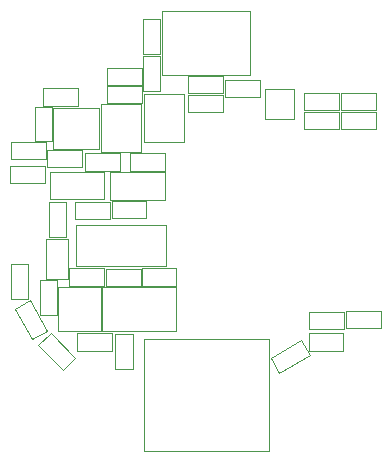
<source format=gbr>
G04 #@! TF.GenerationSoftware,KiCad,Pcbnew,(6.0.0-0)*
G04 #@! TF.CreationDate,2022-02-02T12:25:21+10:00*
G04 #@! TF.ProjectId,osw-light,6f73772d-6c69-4676-9874-2e6b69636164,3.3*
G04 #@! TF.SameCoordinates,Original*
G04 #@! TF.FileFunction,Other,User*
%FSLAX46Y46*%
G04 Gerber Fmt 4.6, Leading zero omitted, Abs format (unit mm)*
G04 Created by KiCad (PCBNEW (6.0.0-0)) date 2022-02-02 12:25:21*
%MOMM*%
%LPD*%
G01*
G04 APERTURE LIST*
%ADD10C,0.050000*%
G04 APERTURE END LIST*
D10*
X54728222Y-122669190D02*
X55760598Y-121636814D01*
X55760598Y-121636814D02*
X57853634Y-123729850D01*
X57853634Y-123729850D02*
X56821258Y-124762226D01*
X56821258Y-124762226D02*
X54728222Y-122669190D01*
X63380928Y-116169520D02*
X63380928Y-117629520D01*
X60420928Y-117629520D02*
X60420928Y-116169520D01*
X60420928Y-116169520D02*
X63380928Y-116169520D01*
X63380928Y-117629520D02*
X60420928Y-117629520D01*
X77640928Y-119859520D02*
X80600928Y-119859520D01*
X77640928Y-121319520D02*
X77640928Y-119859520D01*
X80600928Y-121319520D02*
X77640928Y-121319520D01*
X80600928Y-119859520D02*
X80600928Y-121319520D01*
X80317828Y-102772720D02*
X80317828Y-101312720D01*
X83277828Y-102772720D02*
X80317828Y-102772720D01*
X83277828Y-101312720D02*
X83277828Y-102772720D01*
X80317828Y-101312720D02*
X83277828Y-101312720D01*
X80166428Y-102887520D02*
X80166428Y-104347520D01*
X80166428Y-104347520D02*
X77206428Y-104347520D01*
X77206428Y-102887520D02*
X80166428Y-102887520D01*
X77206428Y-104347520D02*
X77206428Y-102887520D01*
X80166428Y-101300020D02*
X80166428Y-102760020D01*
X80166428Y-102760020D02*
X77206428Y-102760020D01*
X77206428Y-101300020D02*
X80166428Y-101300020D01*
X77206428Y-102760020D02*
X77206428Y-101300020D01*
X72607428Y-94364320D02*
X65207428Y-94364320D01*
X72607428Y-99764320D02*
X72607428Y-94364320D01*
X65207428Y-94364320D02*
X65207428Y-99764320D01*
X65207428Y-99764320D02*
X72607428Y-99764320D01*
X80317828Y-104347520D02*
X80317828Y-102887520D01*
X80317828Y-102887520D02*
X83277828Y-102887520D01*
X83277828Y-102887520D02*
X83277828Y-104347520D01*
X83277828Y-104347520D02*
X80317828Y-104347520D01*
X80560128Y-121649520D02*
X80560128Y-123109520D01*
X77600128Y-121649520D02*
X80560128Y-121649520D01*
X80560128Y-123109520D02*
X77600128Y-123109520D01*
X77600128Y-123109520D02*
X77600128Y-121649520D01*
X63605428Y-97985520D02*
X63605428Y-95025520D01*
X65065428Y-97985520D02*
X63605428Y-97985520D01*
X63605428Y-95025520D02*
X65065428Y-95025520D01*
X65065428Y-95025520D02*
X65065428Y-97985520D01*
X70490928Y-100169520D02*
X73450928Y-100169520D01*
X73450928Y-101629520D02*
X70490928Y-101629520D01*
X70490928Y-101629520D02*
X70490928Y-100169520D01*
X73450928Y-100169520D02*
X73450928Y-101629520D01*
X63880928Y-110429520D02*
X63880928Y-111889520D01*
X60920928Y-111889520D02*
X60920928Y-110429520D01*
X60920928Y-110429520D02*
X63880928Y-110429520D01*
X63880928Y-111889520D02*
X60920928Y-111889520D01*
X60120928Y-117729520D02*
X60120928Y-121429520D01*
X60120928Y-117729520D02*
X66420928Y-117729520D01*
X60120928Y-121429520D02*
X66420928Y-121429520D01*
X66420928Y-117729520D02*
X66420928Y-121429520D01*
X65570928Y-115959520D02*
X65570928Y-112459520D01*
X57870928Y-112459520D02*
X57870928Y-115959520D01*
X65570928Y-112459520D02*
X57870928Y-112459520D01*
X57870928Y-115959520D02*
X65570928Y-115959520D01*
X76390928Y-100979520D02*
X76390928Y-103479520D01*
X76390928Y-103479520D02*
X73890928Y-103479520D01*
X73890928Y-100979520D02*
X76390928Y-100979520D01*
X73890928Y-103479520D02*
X73890928Y-100979520D01*
X63460928Y-117609520D02*
X63460928Y-116149520D01*
X66420928Y-116149520D02*
X66420928Y-117609520D01*
X63460928Y-116149520D02*
X66420928Y-116149520D01*
X66420928Y-117609520D02*
X63460928Y-117609520D01*
X54840928Y-117139520D02*
X56300928Y-117139520D01*
X56300928Y-120099520D02*
X54840928Y-120099520D01*
X54840928Y-120099520D02*
X54840928Y-117139520D01*
X56300928Y-117139520D02*
X56300928Y-120099520D01*
X83760528Y-119753120D02*
X83760528Y-121213120D01*
X83760528Y-121213120D02*
X80800528Y-121213120D01*
X80800528Y-121213120D02*
X80800528Y-119753120D01*
X80800528Y-119753120D02*
X83760528Y-119753120D01*
X60830928Y-108029520D02*
X65430928Y-108029520D01*
X65430928Y-108029520D02*
X65430928Y-110329520D01*
X65430928Y-110329520D02*
X60830928Y-110329520D01*
X60830928Y-110329520D02*
X60830928Y-108029520D01*
X62450928Y-106409520D02*
X65410928Y-106409520D01*
X62450928Y-107869520D02*
X62450928Y-106409520D01*
X65410928Y-106409520D02*
X65410928Y-107869520D01*
X65410928Y-107869520D02*
X62450928Y-107869520D01*
X70370928Y-101449520D02*
X70370928Y-102909520D01*
X70370928Y-102909520D02*
X67410928Y-102909520D01*
X67410928Y-101449520D02*
X70370928Y-101449520D01*
X67410928Y-102909520D02*
X67410928Y-101449520D01*
X67420928Y-101339520D02*
X67420928Y-99879520D01*
X70380928Y-99879520D02*
X70380928Y-101339520D01*
X70380928Y-101339520D02*
X67420928Y-101339520D01*
X67420928Y-99879520D02*
X70380928Y-99879520D01*
X67070928Y-101349520D02*
X63670928Y-101349520D01*
X63670928Y-101349520D02*
X63670928Y-105449520D01*
X67070928Y-105449520D02*
X67070928Y-101349520D01*
X63670928Y-105449520D02*
X67070928Y-105449520D01*
X65065428Y-101097020D02*
X63605428Y-101097020D01*
X65065428Y-98137020D02*
X65065428Y-101097020D01*
X63605428Y-101097020D02*
X63605428Y-98137020D01*
X63605428Y-98137020D02*
X65065428Y-98137020D01*
X55470928Y-106099520D02*
X58430928Y-106099520D01*
X55470928Y-107559520D02*
X55470928Y-106099520D01*
X58430928Y-106099520D02*
X58430928Y-107559520D01*
X58430928Y-107559520D02*
X55470928Y-107559520D01*
X55910928Y-105409520D02*
X54450928Y-105409520D01*
X54450928Y-105409520D02*
X54450928Y-102449520D01*
X54450928Y-102449520D02*
X55910928Y-102449520D01*
X55910928Y-102449520D02*
X55910928Y-105409520D01*
X55350928Y-105469520D02*
X55350928Y-106929520D01*
X55350928Y-106929520D02*
X52390928Y-106929520D01*
X52390928Y-106929520D02*
X52390928Y-105469520D01*
X52390928Y-105469520D02*
X55350928Y-105469520D01*
X52290928Y-108929520D02*
X52290928Y-107469520D01*
X55250928Y-107469520D02*
X55250928Y-108929520D01*
X55250928Y-108929520D02*
X52290928Y-108929520D01*
X52290928Y-107469520D02*
X55250928Y-107469520D01*
X59841928Y-106016020D02*
X59841928Y-102616020D01*
X56001928Y-102616020D02*
X56001928Y-106016020D01*
X56001928Y-106016020D02*
X59841928Y-106016020D01*
X59841928Y-102616020D02*
X56001928Y-102616020D01*
X57350928Y-117619520D02*
X57350928Y-116159520D01*
X60310928Y-117619520D02*
X57350928Y-117619520D01*
X60310928Y-116159520D02*
X60310928Y-117619520D01*
X57350928Y-116159520D02*
X60310928Y-116159520D01*
X57820928Y-112009520D02*
X57820928Y-110549520D01*
X57820928Y-110549520D02*
X60780928Y-110549520D01*
X60780928Y-110549520D02*
X60780928Y-112009520D01*
X60780928Y-112009520D02*
X57820928Y-112009520D01*
X57100928Y-110519520D02*
X57100928Y-113479520D01*
X55640928Y-113479520D02*
X55640928Y-110519520D01*
X55640928Y-110519520D02*
X57100928Y-110519520D01*
X57100928Y-113479520D02*
X55640928Y-113479520D01*
X52748729Y-119602802D02*
X54013127Y-118872802D01*
X55493127Y-121436238D02*
X54228729Y-122166238D01*
X54228729Y-122166238D02*
X52748729Y-119602802D01*
X54013127Y-118872802D02*
X55493127Y-121436238D01*
X58715928Y-107869520D02*
X58715928Y-106409520D01*
X61675928Y-106409520D02*
X61675928Y-107869520D01*
X58715928Y-106409520D02*
X61675928Y-106409520D01*
X61675928Y-107869520D02*
X58715928Y-107869520D01*
X60510928Y-102179520D02*
X60510928Y-100719520D01*
X60510928Y-100719520D02*
X63470928Y-100719520D01*
X63470928Y-102179520D02*
X60510928Y-102179520D01*
X63470928Y-100719520D02*
X63470928Y-102179520D01*
X60270928Y-108019520D02*
X60270928Y-110319520D01*
X60270928Y-110319520D02*
X55670928Y-110319520D01*
X55670928Y-108019520D02*
X60270928Y-108019520D01*
X55670928Y-110319520D02*
X55670928Y-108019520D01*
X63520928Y-99149520D02*
X63520928Y-100609520D01*
X63520928Y-100609520D02*
X60560928Y-100609520D01*
X60560928Y-100609520D02*
X60560928Y-99149520D01*
X60560928Y-99149520D02*
X63520928Y-99149520D01*
X63410928Y-106299520D02*
X63410928Y-102199520D01*
X60010928Y-102199520D02*
X60010928Y-106299520D01*
X60010928Y-106299520D02*
X63410928Y-106299520D01*
X63410928Y-102199520D02*
X60010928Y-102199520D01*
X61240928Y-124699520D02*
X61240928Y-121739520D01*
X62700928Y-124699520D02*
X61240928Y-124699520D01*
X61240928Y-121739520D02*
X62700928Y-121739520D01*
X62700928Y-121739520D02*
X62700928Y-124699520D01*
X60000928Y-121489520D02*
X56400928Y-121489520D01*
X56400928Y-117689520D02*
X60000928Y-117689520D01*
X56400928Y-121489520D02*
X56400928Y-117689520D01*
X60000928Y-117689520D02*
X60000928Y-121489520D01*
X57240928Y-117029520D02*
X55340928Y-117029520D01*
X55340928Y-113669520D02*
X57240928Y-113669520D01*
X55340928Y-117029520D02*
X55340928Y-113669520D01*
X57240928Y-113669520D02*
X57240928Y-117029520D01*
X58068428Y-102379020D02*
X55108428Y-102379020D01*
X55108428Y-102379020D02*
X55108428Y-100919020D01*
X55108428Y-100919020D02*
X58068428Y-100919020D01*
X58068428Y-100919020D02*
X58068428Y-102379020D01*
X53840928Y-115789520D02*
X53840928Y-118749520D01*
X52380928Y-115789520D02*
X53840928Y-115789520D01*
X52380928Y-118749520D02*
X52380928Y-115789520D01*
X53840928Y-118749520D02*
X52380928Y-118749520D01*
X57980928Y-121649520D02*
X60940928Y-121649520D01*
X57980928Y-123109520D02*
X57980928Y-121649520D01*
X60940928Y-123109520D02*
X57980928Y-123109520D01*
X60940928Y-121649520D02*
X60940928Y-123109520D01*
X63650928Y-122169520D02*
X74290928Y-122169520D01*
X63650928Y-131589520D02*
X74290928Y-131589520D01*
X74290928Y-122169520D02*
X74290928Y-131589520D01*
X63650928Y-122169520D02*
X63650928Y-131589520D01*
X76962646Y-122252321D02*
X77692646Y-123516719D01*
X74399210Y-123732321D02*
X76962646Y-122252321D01*
X75129210Y-124996719D02*
X74399210Y-123732321D01*
X77692646Y-123516719D02*
X75129210Y-124996719D01*
M02*

</source>
